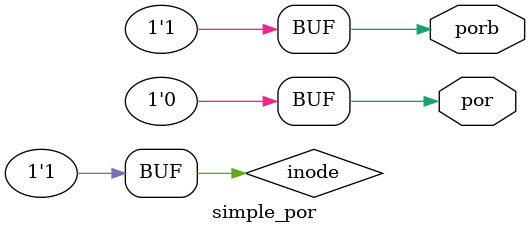
<source format=v>

`default_nettype none
`timescale 1 ns / 1 ps

module simple_por(
`ifdef USE_POWER_PINS
    inout VDD,
    inout VSS,
`endif
    output porb,
    output por
);

    reg inode;

    // This is a behavioral model!  Actual circuit is a resitor dumping
    // current (slowly) from vdd3v3 onto a capacitor, and this fed into
    // two schmitt triggers for strong hysteresis/glitch tolerance.

    initial begin
	inode <= 1'b0; 
    end 

    // Emulate current source on capacitor as a 500ns delay either up or
    // down.  Note that this is sped way up for verilog simulation;  the
    // actual circuit is set to a 15ms delay.

    // Problem:  The GF power supplies in the I/O library are implemented
    // with "supply0" and "supply1", meaning that the power supply is tied
    // high permanently and never transitions.

    // always @(posedge VDD) begin
    initial begin
	#1000 inode <= 1'b1;
    end
    // always @(negedge VDD) begin
    //	#500 inode <= 1'b0;
    // end

    // Instantiate this as a buffer. . . not a lot of choices
    assign porb = inode;

    // since this is behavioral anyway, but this should be
    // replaced by a proper inverter
    assign por = ~porb;
endmodule
`default_nettype wire

</source>
